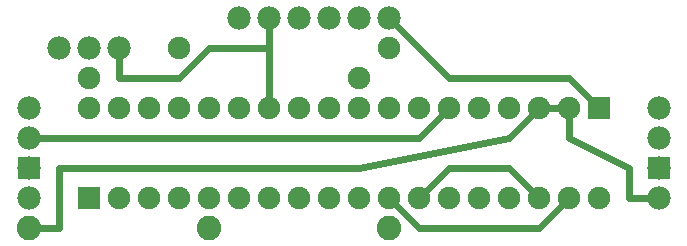
<source format=gbl>
G04 MADE WITH FRITZING*
G04 WWW.FRITZING.ORG*
G04 DOUBLE SIDED*
G04 HOLES PLATED*
G04 CONTOUR ON CENTER OF CONTOUR VECTOR*
%ASAXBY*%
%FSLAX23Y23*%
%MOIN*%
%OFA0B0*%
%SFA1.0B1.0*%
%ADD10C,0.075000*%
%ADD11C,0.078000*%
%ADD12C,0.082000*%
%ADD13R,0.075000X0.075000*%
%ADD14R,0.078000X0.078000*%
%ADD15C,0.024000*%
%LNCOPPER0*%
G90*
G70*
G54D10*
X590Y689D03*
X1290Y689D03*
X290Y589D03*
X1190Y589D03*
G54D11*
X390Y689D03*
X290Y689D03*
X190Y689D03*
X90Y489D03*
X90Y389D03*
X2190Y389D03*
X2190Y489D03*
X790Y789D03*
X890Y789D03*
X990Y789D03*
X1090Y789D03*
X1190Y789D03*
X1290Y789D03*
G54D10*
X1991Y489D03*
X1991Y189D03*
X1891Y489D03*
X1891Y189D03*
X1791Y489D03*
X1791Y189D03*
X1691Y489D03*
X1691Y189D03*
X290Y189D03*
X290Y489D03*
X390Y189D03*
X390Y489D03*
X490Y189D03*
X490Y489D03*
X590Y189D03*
X590Y489D03*
X690Y189D03*
X690Y489D03*
X790Y189D03*
X790Y489D03*
X890Y189D03*
X890Y489D03*
X990Y189D03*
X990Y489D03*
X1090Y189D03*
X1090Y489D03*
X1190Y189D03*
X1190Y489D03*
X1290Y189D03*
X1290Y489D03*
X1390Y189D03*
X1390Y489D03*
X1490Y189D03*
X1490Y489D03*
X1590Y189D03*
X1590Y489D03*
G54D11*
X90Y289D03*
X90Y189D03*
X2190Y289D03*
X2190Y189D03*
G54D12*
X1290Y89D03*
X690Y89D03*
X90Y89D03*
X690Y89D03*
G54D13*
X1991Y489D03*
X290Y189D03*
G54D14*
X90Y289D03*
X2190Y289D03*
G54D15*
X2091Y288D02*
X2091Y189D01*
D02*
X1891Y389D02*
X2091Y288D01*
D02*
X2091Y189D02*
X2160Y189D01*
D02*
X1891Y460D02*
X1891Y389D01*
D02*
X1819Y489D02*
X1862Y489D01*
D02*
X1691Y288D02*
X1492Y288D01*
D02*
X1492Y288D02*
X1411Y209D01*
D02*
X1771Y209D02*
X1691Y288D01*
D02*
X1790Y88D02*
X1871Y169D01*
D02*
X1390Y88D02*
X1790Y88D01*
D02*
X1311Y168D02*
X1390Y88D01*
D02*
X190Y89D02*
X123Y89D01*
D02*
X190Y288D02*
X190Y89D01*
D02*
X1190Y288D02*
X190Y288D01*
D02*
X1691Y389D02*
X1190Y288D01*
D02*
X1771Y469D02*
X1691Y389D01*
D02*
X890Y517D02*
X890Y758D01*
D02*
X1391Y389D02*
X1470Y468D01*
D02*
X121Y389D02*
X1391Y389D01*
D02*
X1391Y690D02*
X1312Y767D01*
D02*
X1490Y588D02*
X1391Y690D01*
D02*
X1890Y588D02*
X1490Y588D01*
D02*
X1970Y509D02*
X1890Y588D01*
D02*
X391Y588D02*
X390Y658D01*
D02*
X591Y588D02*
X391Y588D01*
D02*
X691Y690D02*
X591Y588D01*
D02*
X890Y690D02*
X691Y690D01*
D02*
X890Y758D02*
X890Y690D01*
G04 End of Copper0*
M02*
</source>
